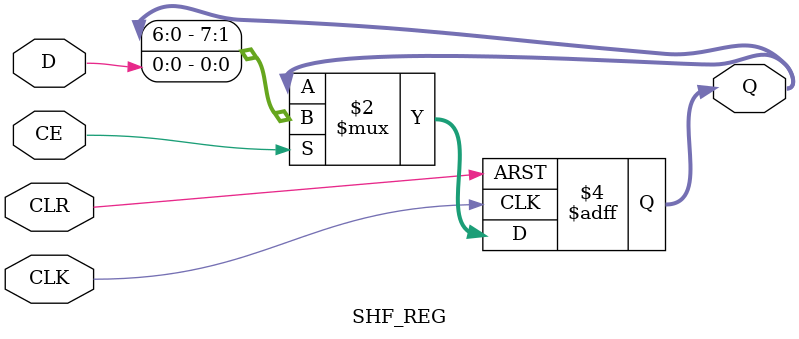
<source format=v>
module SHF_REG(
  input             CLK,
	input             CE,
  input             CLR,
  input             D,
  output reg [7:0]  Q
);

always @(posedge CLK or posedge CLR)
  if(CLR)
    Q <= 8'd0;
  else
		if(CE)
    	Q <= {Q[6:0],D};

endmodule

//zadania:
//1 uzale¿niæ rejestr od CE
//2 napisac tb + symulacja
//3 implementacja
//4 krazaca '1'

</source>
